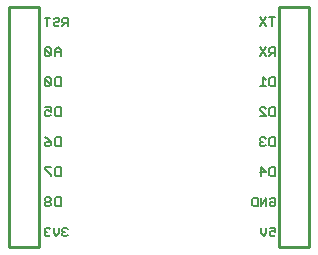
<source format=gbo>
G75*
%MOIN*%
%OFA0B0*%
%FSLAX25Y25*%
%IPPOS*%
%LPD*%
%AMOC8*
5,1,8,0,0,1.08239X$1,22.5*
%
%ADD10C,0.00500*%
%ADD11C,0.01000*%
D10*
X0098895Y0035700D02*
X0099345Y0035250D01*
X0100246Y0035250D01*
X0100697Y0035700D01*
X0101841Y0036151D02*
X0101841Y0037952D01*
X0100697Y0037502D02*
X0100246Y0037952D01*
X0099345Y0037952D01*
X0098895Y0037502D01*
X0098895Y0037052D01*
X0099345Y0036601D01*
X0098895Y0036151D01*
X0098895Y0035700D01*
X0099345Y0036601D02*
X0099796Y0036601D01*
X0101841Y0036151D02*
X0102742Y0035250D01*
X0103643Y0036151D01*
X0103643Y0037952D01*
X0104788Y0037502D02*
X0104788Y0037052D01*
X0105238Y0036601D01*
X0104788Y0036151D01*
X0104788Y0035700D01*
X0105238Y0035250D01*
X0106139Y0035250D01*
X0106590Y0035700D01*
X0105689Y0036601D02*
X0105238Y0036601D01*
X0104788Y0037502D02*
X0105238Y0037952D01*
X0106139Y0037952D01*
X0106590Y0037502D01*
X0104195Y0045250D02*
X0102694Y0045250D01*
X0102194Y0045750D01*
X0102194Y0047752D01*
X0102694Y0048253D01*
X0104195Y0048253D01*
X0104195Y0045250D01*
X0100973Y0045750D02*
X0100973Y0046251D01*
X0100472Y0046751D01*
X0099471Y0046751D01*
X0098971Y0046251D01*
X0098971Y0045750D01*
X0099471Y0045250D01*
X0100472Y0045250D01*
X0100973Y0045750D01*
X0100472Y0046751D02*
X0100973Y0047252D01*
X0100973Y0047752D01*
X0100472Y0048253D01*
X0099471Y0048253D01*
X0098971Y0047752D01*
X0098971Y0047252D01*
X0099471Y0046751D01*
X0100973Y0055250D02*
X0100973Y0055750D01*
X0098971Y0057752D01*
X0098971Y0058253D01*
X0100973Y0058253D01*
X0102194Y0057752D02*
X0102694Y0058253D01*
X0104195Y0058253D01*
X0104195Y0055250D01*
X0102694Y0055250D01*
X0102194Y0055750D01*
X0102194Y0057752D01*
X0102694Y0065250D02*
X0102194Y0065750D01*
X0102194Y0067752D01*
X0102694Y0068253D01*
X0104195Y0068253D01*
X0104195Y0065250D01*
X0102694Y0065250D01*
X0100973Y0065750D02*
X0100973Y0066751D01*
X0099471Y0066751D01*
X0098971Y0066251D01*
X0098971Y0065750D01*
X0099471Y0065250D01*
X0100472Y0065250D01*
X0100973Y0065750D01*
X0100973Y0066751D02*
X0099972Y0067752D01*
X0098971Y0068253D01*
X0099471Y0075250D02*
X0100472Y0075250D01*
X0100973Y0075750D01*
X0100973Y0076751D02*
X0099972Y0077252D01*
X0099471Y0077252D01*
X0098971Y0076751D01*
X0098971Y0075750D01*
X0099471Y0075250D01*
X0100973Y0076751D02*
X0100973Y0078253D01*
X0098971Y0078253D01*
X0102194Y0077752D02*
X0102194Y0075750D01*
X0102694Y0075250D01*
X0104195Y0075250D01*
X0104195Y0078253D01*
X0102694Y0078253D01*
X0102194Y0077752D01*
X0102694Y0085250D02*
X0102194Y0085750D01*
X0102194Y0087752D01*
X0102694Y0088253D01*
X0104195Y0088253D01*
X0104195Y0085250D01*
X0102694Y0085250D01*
X0100973Y0085750D02*
X0100973Y0087752D01*
X0100472Y0088253D01*
X0099471Y0088253D01*
X0098971Y0087752D01*
X0100973Y0085750D01*
X0100472Y0085250D01*
X0099471Y0085250D01*
X0098971Y0085750D01*
X0098971Y0087752D01*
X0099471Y0095250D02*
X0100472Y0095250D01*
X0100973Y0095750D01*
X0098971Y0097752D01*
X0098971Y0095750D01*
X0099471Y0095250D01*
X0100973Y0095750D02*
X0100973Y0097752D01*
X0100472Y0098253D01*
X0099471Y0098253D01*
X0098971Y0097752D01*
X0102194Y0097252D02*
X0102194Y0095250D01*
X0102194Y0096751D02*
X0104195Y0096751D01*
X0104195Y0097252D02*
X0103195Y0098253D01*
X0102194Y0097252D01*
X0104195Y0097252D02*
X0104195Y0095250D01*
X0104788Y0105250D02*
X0105689Y0106151D01*
X0105238Y0106151D02*
X0106590Y0106151D01*
X0106590Y0105250D02*
X0106590Y0107952D01*
X0105238Y0107952D01*
X0104788Y0107502D01*
X0104788Y0106601D01*
X0105238Y0106151D01*
X0103643Y0105700D02*
X0103193Y0105250D01*
X0102292Y0105250D01*
X0101841Y0105700D01*
X0101841Y0106151D01*
X0102292Y0106601D01*
X0103193Y0106601D01*
X0103643Y0107052D01*
X0103643Y0107502D01*
X0103193Y0107952D01*
X0102292Y0107952D01*
X0101841Y0107502D01*
X0100697Y0107952D02*
X0098895Y0107952D01*
X0099796Y0107952D02*
X0099796Y0105250D01*
X0170526Y0105250D02*
X0172527Y0108253D01*
X0173748Y0108253D02*
X0175750Y0108253D01*
X0174749Y0108253D02*
X0174749Y0105250D01*
X0172527Y0105250D02*
X0170526Y0108253D01*
X0170526Y0098253D02*
X0172527Y0095250D01*
X0173748Y0095250D02*
X0174749Y0096251D01*
X0174249Y0096251D02*
X0175750Y0096251D01*
X0175750Y0095250D02*
X0175750Y0098253D01*
X0174249Y0098253D01*
X0173748Y0097752D01*
X0173748Y0096751D01*
X0174249Y0096251D01*
X0172527Y0098253D02*
X0170526Y0095250D01*
X0171526Y0088253D02*
X0171526Y0085250D01*
X0170526Y0085250D02*
X0172527Y0085250D01*
X0173748Y0085750D02*
X0173748Y0087752D01*
X0174249Y0088253D01*
X0175750Y0088253D01*
X0175750Y0085250D01*
X0174249Y0085250D01*
X0173748Y0085750D01*
X0172527Y0087252D02*
X0171526Y0088253D01*
X0171026Y0078253D02*
X0172027Y0078253D01*
X0172527Y0077752D01*
X0173748Y0077752D02*
X0174249Y0078253D01*
X0175750Y0078253D01*
X0175750Y0075250D01*
X0174249Y0075250D01*
X0173748Y0075750D01*
X0173748Y0077752D01*
X0171026Y0078253D02*
X0170526Y0077752D01*
X0170526Y0077252D01*
X0172527Y0075250D01*
X0170526Y0075250D01*
X0171026Y0068253D02*
X0170526Y0067752D01*
X0170526Y0067252D01*
X0171026Y0066751D01*
X0170526Y0066251D01*
X0170526Y0065750D01*
X0171026Y0065250D01*
X0172027Y0065250D01*
X0172527Y0065750D01*
X0173748Y0065750D02*
X0173748Y0067752D01*
X0174249Y0068253D01*
X0175750Y0068253D01*
X0175750Y0065250D01*
X0174249Y0065250D01*
X0173748Y0065750D01*
X0172527Y0067752D02*
X0172027Y0068253D01*
X0171026Y0068253D01*
X0171026Y0066751D02*
X0171526Y0066751D01*
X0171026Y0058253D02*
X0172527Y0056751D01*
X0170526Y0056751D01*
X0171026Y0055250D02*
X0171026Y0058253D01*
X0173748Y0057752D02*
X0173748Y0055750D01*
X0174249Y0055250D01*
X0175750Y0055250D01*
X0175750Y0058253D01*
X0174249Y0058253D01*
X0173748Y0057752D01*
X0174399Y0047952D02*
X0175300Y0047952D01*
X0175750Y0047502D01*
X0175750Y0045700D01*
X0175300Y0045250D01*
X0174399Y0045250D01*
X0173948Y0045700D01*
X0173948Y0046601D01*
X0174849Y0046601D01*
X0173948Y0047502D02*
X0174399Y0047952D01*
X0172803Y0047952D02*
X0171002Y0045250D01*
X0171002Y0047952D01*
X0169857Y0047952D02*
X0168506Y0047952D01*
X0168055Y0047502D01*
X0168055Y0045700D01*
X0168506Y0045250D01*
X0169857Y0045250D01*
X0169857Y0047952D01*
X0172803Y0047952D02*
X0172803Y0045250D01*
X0172803Y0037952D02*
X0172803Y0036151D01*
X0171903Y0035250D01*
X0171002Y0036151D01*
X0171002Y0037952D01*
X0173948Y0037952D02*
X0175750Y0037952D01*
X0175750Y0036601D01*
X0174849Y0037052D01*
X0174399Y0037052D01*
X0173948Y0036601D01*
X0173948Y0035700D01*
X0174399Y0035250D01*
X0175300Y0035250D01*
X0175750Y0035700D01*
D11*
X0087000Y0031500D02*
X0087000Y0111500D01*
X0097000Y0111500D01*
X0097000Y0031500D01*
X0087000Y0031500D01*
X0177000Y0031500D02*
X0177000Y0111500D01*
X0187000Y0111500D01*
X0187000Y0031500D01*
X0177000Y0031500D01*
M02*

</source>
